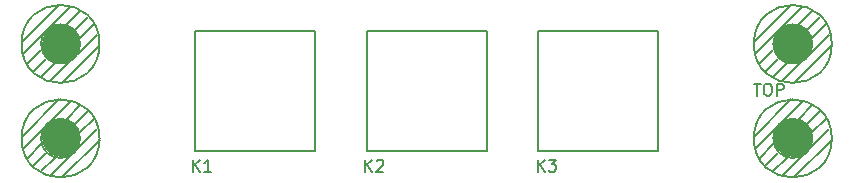
<source format=gbr>
%TF.GenerationSoftware,KiCad,Pcbnew,8.0.5*%
%TF.CreationDate,2024-10-25T13:02:38+02:00*%
%TF.ProjectId,ALIKEY03a,414c494b-4559-4303-9361-2e6b69636164,00*%
%TF.SameCoordinates,Original*%
%TF.FileFunction,Legend,Top*%
%TF.FilePolarity,Positive*%
%FSLAX46Y46*%
G04 Gerber Fmt 4.6, Leading zero omitted, Abs format (unit mm)*
G04 Created by KiCad (PCBNEW 8.0.5) date 2024-10-25 13:02:38*
%MOMM*%
%LPD*%
G01*
G04 APERTURE LIST*
%ADD10C,0.150000*%
%ADD11C,0.203200*%
%ADD12C,3.200000*%
G04 APERTURE END LIST*
D10*
X132183722Y-67636619D02*
X132755150Y-67636619D01*
X132469436Y-68636619D02*
X132469436Y-67636619D01*
X133278960Y-67636619D02*
X133469436Y-67636619D01*
X133469436Y-67636619D02*
X133564674Y-67684238D01*
X133564674Y-67684238D02*
X133659912Y-67779476D01*
X133659912Y-67779476D02*
X133707531Y-67969952D01*
X133707531Y-67969952D02*
X133707531Y-68303285D01*
X133707531Y-68303285D02*
X133659912Y-68493761D01*
X133659912Y-68493761D02*
X133564674Y-68589000D01*
X133564674Y-68589000D02*
X133469436Y-68636619D01*
X133469436Y-68636619D02*
X133278960Y-68636619D01*
X133278960Y-68636619D02*
X133183722Y-68589000D01*
X133183722Y-68589000D02*
X133088484Y-68493761D01*
X133088484Y-68493761D02*
X133040865Y-68303285D01*
X133040865Y-68303285D02*
X133040865Y-67969952D01*
X133040865Y-67969952D02*
X133088484Y-67779476D01*
X133088484Y-67779476D02*
X133183722Y-67684238D01*
X133183722Y-67684238D02*
X133278960Y-67636619D01*
X134136103Y-68636619D02*
X134136103Y-67636619D01*
X134136103Y-67636619D02*
X134517055Y-67636619D01*
X134517055Y-67636619D02*
X134612293Y-67684238D01*
X134612293Y-67684238D02*
X134659912Y-67731857D01*
X134659912Y-67731857D02*
X134707531Y-67827095D01*
X134707531Y-67827095D02*
X134707531Y-67969952D01*
X134707531Y-67969952D02*
X134659912Y-68065190D01*
X134659912Y-68065190D02*
X134612293Y-68112809D01*
X134612293Y-68112809D02*
X134517055Y-68160428D01*
X134517055Y-68160428D02*
X134136103Y-68160428D01*
X84701705Y-75071619D02*
X84701705Y-74071619D01*
X85273133Y-75071619D02*
X84844562Y-74500190D01*
X85273133Y-74071619D02*
X84701705Y-74643047D01*
X86225514Y-75071619D02*
X85654086Y-75071619D01*
X85939800Y-75071619D02*
X85939800Y-74071619D01*
X85939800Y-74071619D02*
X85844562Y-74214476D01*
X85844562Y-74214476D02*
X85749324Y-74309714D01*
X85749324Y-74309714D02*
X85654086Y-74357333D01*
X99306705Y-75071619D02*
X99306705Y-74071619D01*
X99878133Y-75071619D02*
X99449562Y-74500190D01*
X99878133Y-74071619D02*
X99306705Y-74643047D01*
X100259086Y-74166857D02*
X100306705Y-74119238D01*
X100306705Y-74119238D02*
X100401943Y-74071619D01*
X100401943Y-74071619D02*
X100640038Y-74071619D01*
X100640038Y-74071619D02*
X100735276Y-74119238D01*
X100735276Y-74119238D02*
X100782895Y-74166857D01*
X100782895Y-74166857D02*
X100830514Y-74262095D01*
X100830514Y-74262095D02*
X100830514Y-74357333D01*
X100830514Y-74357333D02*
X100782895Y-74500190D01*
X100782895Y-74500190D02*
X100211467Y-75071619D01*
X100211467Y-75071619D02*
X100830514Y-75071619D01*
X113911705Y-75071619D02*
X113911705Y-74071619D01*
X114483133Y-75071619D02*
X114054562Y-74500190D01*
X114483133Y-74071619D02*
X113911705Y-74643047D01*
X114816467Y-74071619D02*
X115435514Y-74071619D01*
X115435514Y-74071619D02*
X115102181Y-74452571D01*
X115102181Y-74452571D02*
X115245038Y-74452571D01*
X115245038Y-74452571D02*
X115340276Y-74500190D01*
X115340276Y-74500190D02*
X115387895Y-74547809D01*
X115387895Y-74547809D02*
X115435514Y-74643047D01*
X115435514Y-74643047D02*
X115435514Y-74881142D01*
X115435514Y-74881142D02*
X115387895Y-74976380D01*
X115387895Y-74976380D02*
X115340276Y-75024000D01*
X115340276Y-75024000D02*
X115245038Y-75071619D01*
X115245038Y-75071619D02*
X114959324Y-75071619D01*
X114959324Y-75071619D02*
X114864086Y-75024000D01*
X114864086Y-75024000D02*
X114816467Y-74976380D01*
D11*
%TO.C,K1*%
X84909800Y-63186800D02*
X84909800Y-68266800D01*
X84909800Y-63186800D02*
X89989800Y-63186800D01*
X84909800Y-73346800D02*
X84909800Y-68266800D01*
X84909800Y-73346800D02*
X89989800Y-73346800D01*
X95069800Y-63186800D02*
X89989800Y-63186800D01*
X95069800Y-63186800D02*
X95069800Y-68266800D01*
X95069800Y-73346800D02*
X89989800Y-73346800D01*
X95069800Y-73346800D02*
X95069800Y-68266800D01*
%TO.C,REF\u002A\u002A*%
X132187800Y-64139800D02*
X135362800Y-60964800D01*
X132314800Y-65155800D02*
X136378800Y-61091800D01*
X132695800Y-65917800D02*
X133838800Y-64774800D01*
X133203800Y-66552800D02*
X134219800Y-65536800D01*
X133838800Y-67060800D02*
X134981800Y-65917800D01*
X134600800Y-67441800D02*
X138537800Y-63504800D01*
X135616800Y-67568800D02*
X138791800Y-64393800D01*
X137140800Y-61472800D02*
X135997800Y-62615800D01*
X137775800Y-61980800D02*
X136759800Y-62996800D01*
X138283800Y-62615800D02*
X137140800Y-63758800D01*
X137140800Y-64266800D02*
G75*
G02*
X133838800Y-64266800I-1651000J0D01*
G01*
X133838800Y-64266800D02*
G75*
G02*
X137140800Y-64266800I1651000J0D01*
G01*
X138791800Y-64266800D02*
G75*
G02*
X132187800Y-64266800I-3302000J0D01*
G01*
X132187800Y-64266800D02*
G75*
G02*
X138791800Y-64266800I3302000J0D01*
G01*
%TO.C,K2*%
X99409800Y-63186800D02*
X99409800Y-68266800D01*
X99409800Y-63186800D02*
X104489800Y-63186800D01*
X99409800Y-73346800D02*
X99409800Y-68266800D01*
X99409800Y-73346800D02*
X104489800Y-73346800D01*
X109569800Y-63186800D02*
X104489800Y-63186800D01*
X109569800Y-63186800D02*
X109569800Y-68266800D01*
X109569800Y-73346800D02*
X104489800Y-73346800D01*
X109569800Y-73346800D02*
X109569800Y-68266800D01*
%TO.C,REF\u002A\u002A*%
X70187800Y-64139800D02*
X73362800Y-60964800D01*
X70314800Y-65155800D02*
X74378800Y-61091800D01*
X70695800Y-65917800D02*
X71838800Y-64774800D01*
X71203800Y-66552800D02*
X72219800Y-65536800D01*
X71838800Y-67060800D02*
X72981800Y-65917800D01*
X72600800Y-67441800D02*
X76537800Y-63504800D01*
X73616800Y-67568800D02*
X76791800Y-64393800D01*
X75140800Y-61472800D02*
X73997800Y-62615800D01*
X75775800Y-61980800D02*
X74759800Y-62996800D01*
X76283800Y-62615800D02*
X75140800Y-63758800D01*
X75140800Y-64266800D02*
G75*
G02*
X71838800Y-64266800I-1651000J0D01*
G01*
X71838800Y-64266800D02*
G75*
G02*
X75140800Y-64266800I1651000J0D01*
G01*
X76791800Y-64266800D02*
G75*
G02*
X70187800Y-64266800I-3302000J0D01*
G01*
X70187800Y-64266800D02*
G75*
G02*
X76791800Y-64266800I3302000J0D01*
G01*
X70187800Y-72139800D02*
X73362800Y-68964800D01*
X70314800Y-73155800D02*
X74378800Y-69091800D01*
X70695800Y-73917800D02*
X71838800Y-72774800D01*
X71203800Y-74552800D02*
X72219800Y-73536800D01*
X71838800Y-75060800D02*
X72981800Y-73917800D01*
X72600800Y-75441800D02*
X76537800Y-71504800D01*
X73616800Y-75568800D02*
X76791800Y-72393800D01*
X75140800Y-69472800D02*
X73997800Y-70615800D01*
X75775800Y-69980800D02*
X74759800Y-70996800D01*
X76283800Y-70615800D02*
X75140800Y-71758800D01*
X75140800Y-72266800D02*
G75*
G02*
X71838800Y-72266800I-1651000J0D01*
G01*
X71838800Y-72266800D02*
G75*
G02*
X75140800Y-72266800I1651000J0D01*
G01*
X76791800Y-72266800D02*
G75*
G02*
X70187800Y-72266800I-3302000J0D01*
G01*
X70187800Y-72266800D02*
G75*
G02*
X76791800Y-72266800I3302000J0D01*
G01*
%TO.C,K3*%
X113909800Y-63186800D02*
X113909800Y-68266800D01*
X113909800Y-63186800D02*
X118989800Y-63186800D01*
X113909800Y-73346800D02*
X113909800Y-68266800D01*
X113909800Y-73346800D02*
X118989800Y-73346800D01*
X124069800Y-63186800D02*
X118989800Y-63186800D01*
X124069800Y-63186800D02*
X124069800Y-68266800D01*
X124069800Y-73346800D02*
X118989800Y-73346800D01*
X124069800Y-73346800D02*
X124069800Y-68266800D01*
%TO.C,REF\u002A\u002A*%
X132187800Y-72139800D02*
X135362800Y-68964800D01*
X132314800Y-73155800D02*
X136378800Y-69091800D01*
X132695800Y-73917800D02*
X133838800Y-72774800D01*
X133203800Y-74552800D02*
X134219800Y-73536800D01*
X133838800Y-75060800D02*
X134981800Y-73917800D01*
X134600800Y-75441800D02*
X138537800Y-71504800D01*
X135616800Y-75568800D02*
X138791800Y-72393800D01*
X137140800Y-69472800D02*
X135997800Y-70615800D01*
X137775800Y-69980800D02*
X136759800Y-70996800D01*
X138283800Y-70615800D02*
X137140800Y-71758800D01*
X137140800Y-72266800D02*
G75*
G02*
X133838800Y-72266800I-1651000J0D01*
G01*
X133838800Y-72266800D02*
G75*
G02*
X137140800Y-72266800I1651000J0D01*
G01*
X138791800Y-72266800D02*
G75*
G02*
X132187800Y-72266800I-3302000J0D01*
G01*
X132187800Y-72266800D02*
G75*
G02*
X138791800Y-72266800I3302000J0D01*
G01*
%TD*%
D12*
%TO.C,REF\u002A\u002A*%
X135489800Y-64266800D03*
%TD*%
%TO.C,REF\u002A\u002A*%
X73489800Y-64266800D03*
%TD*%
%TO.C,REF\u002A\u002A*%
X73489800Y-72266800D03*
%TD*%
%TO.C,REF\u002A\u002A*%
X135489800Y-72266800D03*
%TD*%
M02*

</source>
